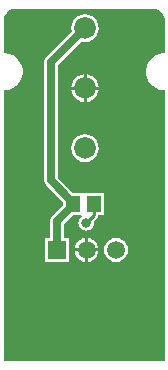
<source format=gtl>
%FSTAX24Y24*%
%MOIN*%
%SFA1B1*%

%IPPOS*%
%ADD14R,0.045280X0.053150*%
%ADD15C,0.010000*%
%ADD16C,0.025000*%
%ADD17C,0.059370*%
%ADD18R,0.059370X0.059370*%
%ADD19C,0.072050*%
%ADD20C,0.032000*%
%LNprobe-1*%
%LPD*%
G36*
X005075Y011736D02*
X005147Y011707D01*
X005211Y011664*
X005266Y011609*
X005309Y011544*
X005339Y011473*
X005354Y011397*
Y010265*
X005293Y010262*
X005174Y010239*
X005062Y010192*
X004961Y010125*
X004875Y010039*
X004807Y009938*
X00476Y009825*
X004737Y009706*
Y009584*
X00476Y009465*
X004807Y009353*
X004875Y009252*
X004961Y009166*
X005062Y009098*
X005174Y009052*
X005293Y009028*
X005354Y009025*
Y0*
X0*
Y009025*
X00006Y009028*
X00018Y009052*
X000292Y009098*
X000393Y009166*
X000479Y009252*
X000546Y009353*
X000593Y009465*
X000617Y009584*
Y009706*
X000593Y009825*
X000546Y009938*
X000479Y010039*
X000393Y010125*
X000292Y010192*
X00018Y010239*
X00006Y010262*
X0Y010265*
Y011397*
X000015Y011473*
X000044Y011544*
X000087Y011609*
X000142Y011664*
X000207Y011707*
X000278Y011736*
X000354Y011752*
X004999*
X005075Y011736*
G37*
%LNprobe-2*%
%LPC*%
G36*
X0027Y011564D02*
X002579Y011548D01*
X002467Y011502*
X002371Y011428*
X002298Y011332*
X002251Y01122*
X002235Y0111*
X002251Y010979*
X002252Y010977*
X001407Y010132*
X001358Y010057*
X00134Y00997*
Y006024*
X001358Y005937*
X001407Y005862*
X001979Y005291*
Y005208*
X001603Y004833*
X001553Y004758*
X001536Y00467*
Y004105*
X001368*
Y003311*
X002162*
Y004105*
X001995*
Y004575*
X002303Y004884*
X002574*
X002605Y004839*
X002605Y004834*
X002554Y004795*
X002512Y004741*
X002486Y004677*
X002477Y00461*
X002486Y004542*
X002512Y004478*
X002554Y004424*
X002608Y004382*
X002672Y004356*
X00274Y004347*
X002807Y004356*
X002871Y004382*
X002925Y004424*
X002967Y004478*
X002993Y004542*
X003002Y00461*
X002996Y00465*
X003102Y004756*
X003135Y004806*
X003147Y004864*
Y004884*
X00332*
Y005615*
X002681*
X002668*
X002631*
X002618*
X002303*
X001799Y006119*
Y009875*
X002577Y010652*
X002579Y010651*
X0027Y010635*
X00282Y010651*
X002932Y010698*
X003028Y010771*
X003102Y010867*
X003148Y010979*
X003164Y0111*
X003148Y01122*
X003102Y011332*
X003028Y011428*
X002932Y011502*
X00282Y011548*
X0027Y011564*
G37*
G36*
X00275Y009557D02*
Y00915D01*
X003157*
X003148Y00922*
X003102Y009332*
X003028Y009428*
X002932Y009502*
X00282Y009548*
X00275Y009557*
G37*
G36*
X00265D02*
X002579Y009548D01*
X002467Y009502*
X002371Y009428*
X002298Y009332*
X002251Y00922*
X002242Y00915*
X00265*
Y009557*
G37*
G36*
X003157Y00905D02*
X00275D01*
Y008642*
X00282Y008651*
X002932Y008698*
X003028Y008771*
X003102Y008867*
X003148Y008979*
X003157Y00905*
G37*
G36*
X00265D02*
X002242D01*
X002251Y008979*
X002298Y008867*
X002371Y008771*
X002467Y008698*
X002579Y008651*
X00265Y008642*
Y00905*
G37*
G36*
X0027Y007564D02*
X002579Y007548D01*
X002467Y007502*
X002371Y007428*
X002298Y007332*
X002251Y00722*
X002235Y0071*
X002251Y006979*
X002298Y006867*
X002371Y006771*
X002467Y006698*
X002579Y006651*
X0027Y006635*
X00282Y006651*
X002932Y006698*
X003028Y006771*
X003102Y006867*
X003148Y006979*
X003164Y0071*
X003148Y00722*
X003102Y007332*
X003028Y007428*
X002932Y007502*
X00282Y007548*
X0027Y007564*
G37*
G36*
X0028Y004102D02*
Y003758D01*
X003143*
X003136Y003811*
X003096Y003908*
X003033Y003991*
X00295Y004054*
X002853Y004094*
X0028Y004102*
G37*
G36*
X0027D02*
X002646Y004094D01*
X002549Y004054*
X002467Y003991*
X002403Y003908*
X002363Y003811*
X002356Y003758*
X0027*
Y004102*
G37*
G36*
X003143Y003658D02*
X0028D01*
Y003314*
X002853Y003321*
X00295Y003361*
X003033Y003425*
X003096Y003508*
X003136Y003604*
X003143Y003658*
G37*
G36*
X0027D02*
X002356D01*
X002363Y003604*
X002403Y003508*
X002467Y003425*
X002549Y003361*
X002646Y003321*
X0027Y003314*
Y003658*
G37*
G36*
X003734Y004108D02*
X00363Y004094D01*
X003534Y004054*
X003451Y003991*
X003387Y003908*
X003347Y003811*
X003334Y003708*
X003347Y003604*
X003387Y003508*
X003451Y003425*
X003534Y003361*
X00363Y003321*
X003734Y003308*
X003837Y003321*
X003934Y003361*
X004017Y003425*
X00408Y003508*
X00412Y003604*
X004134Y003708*
X00412Y003811*
X00408Y003908*
X004017Y003991*
X003934Y004054*
X003837Y004094*
X003734Y004108*
G37*
%LNprobe-3*%
%LPD*%
G54D14*
X002305Y00525D03*
X002994D03*
G54D15*
X002994Y004864D02*
Y00525D01*
X00274Y00461D02*
X002994Y004864D01*
G54D16*
X00157Y006024D02*
Y00997D01*
X0027Y0111*
X002305Y00525D02*
Y005289D01*
X00157Y006024D02*
X002305Y005289D01*
X001765Y00467D02*
X002305Y00521D01*
X001765Y003708D02*
Y00467D01*
X002305Y00521D02*
Y00525D01*
G54D17*
X003734Y003708D03*
X00275D03*
G54D18*
X001765Y003708D03*
G54D19*
X0027Y0111D03*
Y0091D03*
Y0071D03*
G54D20*
X00274Y00461D03*
M02*
</source>
